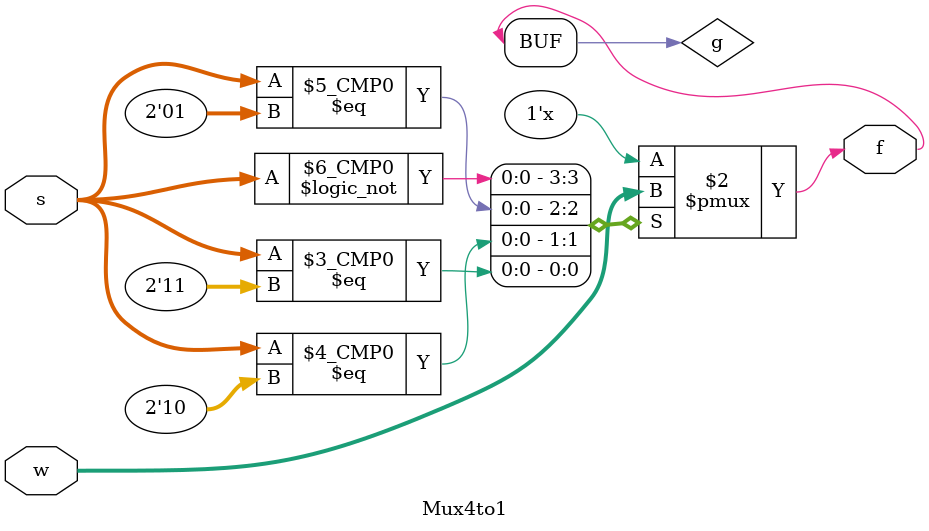
<source format=v>
/*Q1 - Write behavioral Verilog code for a 4 to 1 multiplexer using the if-else // statement. */
module Mux4to1 (s, w, f);
input [0:1] s;
input [0:3] w;
output f;
reg g;
always@(s or w)
begin
case(s)
  2'b00:g=w[0];
  2'b01:g=w[1];
  2'b10:g=w[2];
  2'b11:g=w[3];
endcase
end
assign f = g;
endmodule

/*
if (s == 2'b00)
begin g=w[0]; end
if (s == 2'b01)
begin g=w[1]; end
if (s == 2'b10)
begin g=w[2]; end
if (s == 2'b11)
begin g=w[3]; end
*/

</source>
